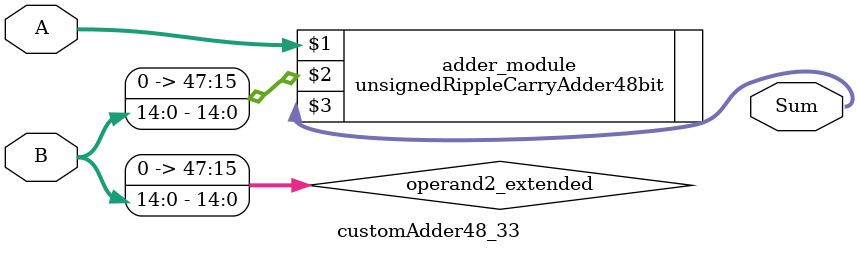
<source format=v>
module customAdder48_33(
                        input [47 : 0] A,
                        input [14 : 0] B,
                        
                        output [48 : 0] Sum
                );

        wire [47 : 0] operand2_extended;
        
        assign operand2_extended =  {33'b0, B};
        
        unsignedRippleCarryAdder48bit adder_module(
            A,
            operand2_extended,
            Sum
        );
        
        endmodule
        
</source>
